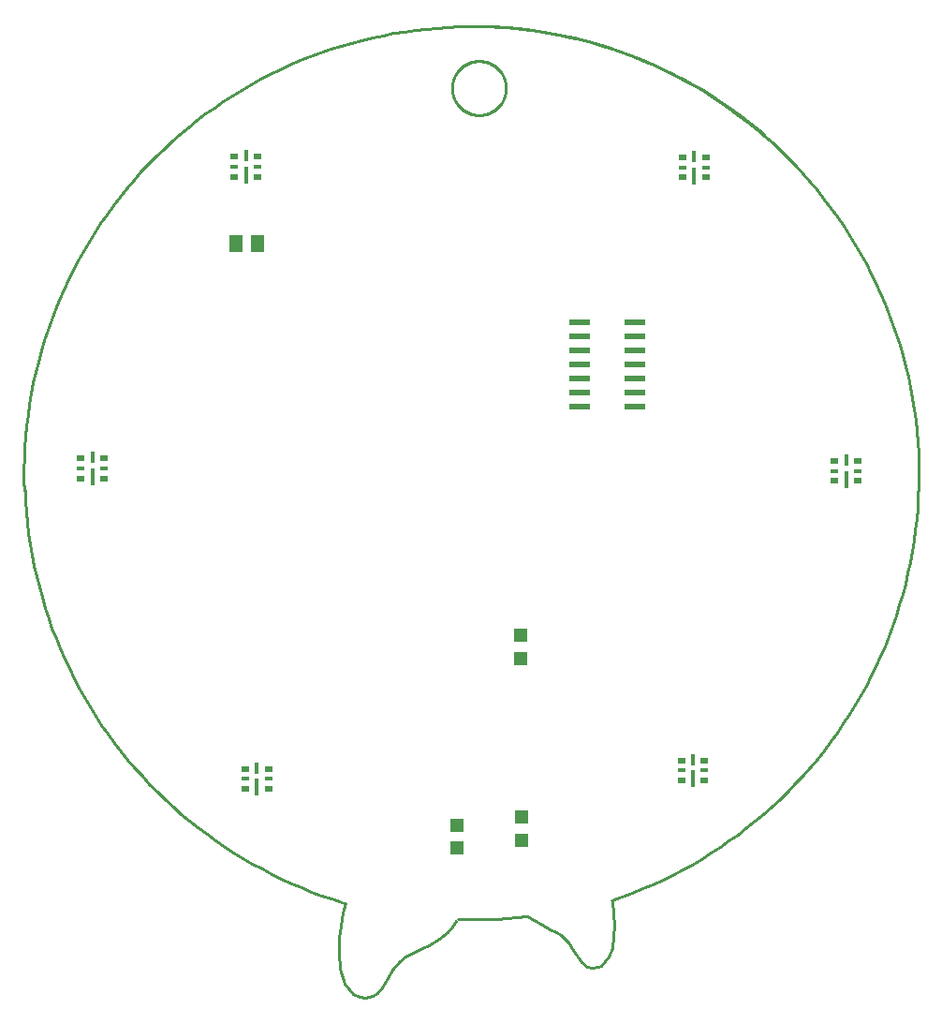
<source format=gtp>
G75*
%MOIN*%
%OFA0B0*%
%FSLAX25Y25*%
%IPPOS*%
%LPD*%
%AMOC8*
5,1,8,0,0,1.08239X$1,22.5*
%
%ADD10C,0.01000*%
%ADD11R,0.07800X0.02200*%
%ADD12R,0.04724X0.04724*%
%ADD13R,0.05118X0.05906*%
%ADD14R,0.03150X0.01969*%
%ADD15R,0.03150X0.01181*%
%ADD16R,0.01181X0.03937*%
%ADD17R,0.01181X0.05906*%
D10*
X0128781Y0013704D02*
X0125829Y0017395D01*
X0124106Y0022562D01*
X0123614Y0028714D01*
X0123860Y0033635D01*
X0124352Y0038064D01*
X0125090Y0042739D01*
X0126075Y0046184D01*
X0125336Y0046184D01*
X0145268Y0025269D02*
X0147482Y0026991D01*
X0149943Y0028468D01*
X0153388Y0030190D01*
X0155848Y0031174D01*
X0159293Y0033389D01*
X0162246Y0035604D01*
X0164214Y0037818D01*
X0165445Y0039787D01*
X0145268Y0025269D02*
X0142807Y0022316D01*
X0141085Y0019363D01*
X0139116Y0015919D01*
X0137394Y0014196D01*
X0135671Y0012966D01*
X0133210Y0012228D01*
X0130996Y0012720D01*
X0128781Y0013704D01*
X0190789Y0041263D02*
X0193004Y0040033D01*
X0195957Y0038310D01*
X0198663Y0036834D01*
X0201124Y0035604D01*
X0202846Y0034619D01*
X0205553Y0031913D01*
X0207029Y0029452D01*
X0209982Y0025023D01*
X0211951Y0023546D01*
X0213673Y0023054D01*
X0216134Y0023546D01*
X0217118Y0023793D01*
X0219579Y0026991D01*
X0221055Y0030190D01*
X0221547Y0034373D01*
X0221793Y0038064D01*
X0221547Y0042247D01*
X0221055Y0047169D01*
X0274943Y0319560D02*
X0272010Y0322021D01*
X0269019Y0324411D01*
X0265972Y0326729D01*
X0262869Y0328973D01*
X0259715Y0331142D01*
X0256509Y0333235D01*
X0253253Y0335251D01*
X0249951Y0337188D01*
X0246603Y0339045D01*
X0243211Y0340822D01*
X0239778Y0342517D01*
X0236306Y0344129D01*
X0232795Y0345657D01*
X0229250Y0347102D01*
X0225670Y0348460D01*
X0222059Y0349733D01*
X0218419Y0350919D01*
X0214751Y0352017D01*
X0211058Y0353027D01*
X0207342Y0353949D01*
X0203605Y0354781D01*
X0199849Y0355523D01*
X0196076Y0356176D01*
X0192289Y0356737D01*
X0188489Y0357208D01*
X0184679Y0357588D01*
X0180862Y0357877D01*
X0177038Y0358073D01*
X0173211Y0358179D01*
X0169382Y0358192D01*
X0163956Y0336046D02*
X0163959Y0336282D01*
X0163968Y0336517D01*
X0163982Y0336753D01*
X0164002Y0336988D01*
X0164028Y0337222D01*
X0164060Y0337456D01*
X0164097Y0337689D01*
X0164141Y0337921D01*
X0164189Y0338151D01*
X0164244Y0338381D01*
X0164304Y0338609D01*
X0164370Y0338835D01*
X0164441Y0339060D01*
X0164518Y0339283D01*
X0164600Y0339504D01*
X0164687Y0339723D01*
X0164780Y0339940D01*
X0164879Y0340154D01*
X0164982Y0340366D01*
X0165091Y0340576D01*
X0165204Y0340782D01*
X0165323Y0340986D01*
X0165447Y0341187D01*
X0165575Y0341384D01*
X0165709Y0341579D01*
X0165847Y0341770D01*
X0165990Y0341958D01*
X0166137Y0342142D01*
X0166289Y0342322D01*
X0166445Y0342499D01*
X0166606Y0342672D01*
X0166770Y0342841D01*
X0166939Y0343005D01*
X0167112Y0343166D01*
X0167289Y0343322D01*
X0167469Y0343474D01*
X0167653Y0343621D01*
X0167841Y0343764D01*
X0168032Y0343902D01*
X0168227Y0344036D01*
X0168424Y0344164D01*
X0168625Y0344288D01*
X0168829Y0344407D01*
X0169035Y0344520D01*
X0169245Y0344629D01*
X0169457Y0344732D01*
X0169671Y0344831D01*
X0169888Y0344924D01*
X0170107Y0345011D01*
X0170328Y0345093D01*
X0170551Y0345170D01*
X0170776Y0345241D01*
X0171002Y0345307D01*
X0171230Y0345367D01*
X0171460Y0345422D01*
X0171690Y0345470D01*
X0171922Y0345514D01*
X0172155Y0345551D01*
X0172389Y0345583D01*
X0172623Y0345609D01*
X0172858Y0345629D01*
X0173094Y0345643D01*
X0173329Y0345652D01*
X0173565Y0345655D01*
X0173801Y0345652D01*
X0174036Y0345643D01*
X0174272Y0345629D01*
X0174507Y0345609D01*
X0174741Y0345583D01*
X0174975Y0345551D01*
X0175208Y0345514D01*
X0175440Y0345470D01*
X0175670Y0345422D01*
X0175900Y0345367D01*
X0176128Y0345307D01*
X0176354Y0345241D01*
X0176579Y0345170D01*
X0176802Y0345093D01*
X0177023Y0345011D01*
X0177242Y0344924D01*
X0177459Y0344831D01*
X0177673Y0344732D01*
X0177885Y0344629D01*
X0178095Y0344520D01*
X0178301Y0344407D01*
X0178505Y0344288D01*
X0178706Y0344164D01*
X0178903Y0344036D01*
X0179098Y0343902D01*
X0179289Y0343764D01*
X0179477Y0343621D01*
X0179661Y0343474D01*
X0179841Y0343322D01*
X0180018Y0343166D01*
X0180191Y0343005D01*
X0180360Y0342841D01*
X0180524Y0342672D01*
X0180685Y0342499D01*
X0180841Y0342322D01*
X0180993Y0342142D01*
X0181140Y0341958D01*
X0181283Y0341770D01*
X0181421Y0341579D01*
X0181555Y0341384D01*
X0181683Y0341187D01*
X0181807Y0340986D01*
X0181926Y0340782D01*
X0182039Y0340576D01*
X0182148Y0340366D01*
X0182251Y0340154D01*
X0182350Y0339940D01*
X0182443Y0339723D01*
X0182530Y0339504D01*
X0182612Y0339283D01*
X0182689Y0339060D01*
X0182760Y0338835D01*
X0182826Y0338609D01*
X0182886Y0338381D01*
X0182941Y0338151D01*
X0182989Y0337921D01*
X0183033Y0337689D01*
X0183070Y0337456D01*
X0183102Y0337222D01*
X0183128Y0336988D01*
X0183148Y0336753D01*
X0183162Y0336517D01*
X0183171Y0336282D01*
X0183174Y0336046D01*
X0183171Y0335810D01*
X0183162Y0335575D01*
X0183148Y0335339D01*
X0183128Y0335104D01*
X0183102Y0334870D01*
X0183070Y0334636D01*
X0183033Y0334403D01*
X0182989Y0334171D01*
X0182941Y0333941D01*
X0182886Y0333711D01*
X0182826Y0333483D01*
X0182760Y0333257D01*
X0182689Y0333032D01*
X0182612Y0332809D01*
X0182530Y0332588D01*
X0182443Y0332369D01*
X0182350Y0332152D01*
X0182251Y0331938D01*
X0182148Y0331726D01*
X0182039Y0331516D01*
X0181926Y0331310D01*
X0181807Y0331106D01*
X0181683Y0330905D01*
X0181555Y0330708D01*
X0181421Y0330513D01*
X0181283Y0330322D01*
X0181140Y0330134D01*
X0180993Y0329950D01*
X0180841Y0329770D01*
X0180685Y0329593D01*
X0180524Y0329420D01*
X0180360Y0329251D01*
X0180191Y0329087D01*
X0180018Y0328926D01*
X0179841Y0328770D01*
X0179661Y0328618D01*
X0179477Y0328471D01*
X0179289Y0328328D01*
X0179098Y0328190D01*
X0178903Y0328056D01*
X0178706Y0327928D01*
X0178505Y0327804D01*
X0178301Y0327685D01*
X0178095Y0327572D01*
X0177885Y0327463D01*
X0177673Y0327360D01*
X0177459Y0327261D01*
X0177242Y0327168D01*
X0177023Y0327081D01*
X0176802Y0326999D01*
X0176579Y0326922D01*
X0176354Y0326851D01*
X0176128Y0326785D01*
X0175900Y0326725D01*
X0175670Y0326670D01*
X0175440Y0326622D01*
X0175208Y0326578D01*
X0174975Y0326541D01*
X0174741Y0326509D01*
X0174507Y0326483D01*
X0174272Y0326463D01*
X0174036Y0326449D01*
X0173801Y0326440D01*
X0173565Y0326437D01*
X0173329Y0326440D01*
X0173094Y0326449D01*
X0172858Y0326463D01*
X0172623Y0326483D01*
X0172389Y0326509D01*
X0172155Y0326541D01*
X0171922Y0326578D01*
X0171690Y0326622D01*
X0171460Y0326670D01*
X0171230Y0326725D01*
X0171002Y0326785D01*
X0170776Y0326851D01*
X0170551Y0326922D01*
X0170328Y0326999D01*
X0170107Y0327081D01*
X0169888Y0327168D01*
X0169671Y0327261D01*
X0169457Y0327360D01*
X0169245Y0327463D01*
X0169035Y0327572D01*
X0168829Y0327685D01*
X0168625Y0327804D01*
X0168424Y0327928D01*
X0168227Y0328056D01*
X0168032Y0328190D01*
X0167841Y0328328D01*
X0167653Y0328471D01*
X0167469Y0328618D01*
X0167289Y0328770D01*
X0167112Y0328926D01*
X0166939Y0329087D01*
X0166770Y0329251D01*
X0166606Y0329420D01*
X0166445Y0329593D01*
X0166289Y0329770D01*
X0166137Y0329950D01*
X0165990Y0330134D01*
X0165847Y0330322D01*
X0165709Y0330513D01*
X0165575Y0330708D01*
X0165447Y0330905D01*
X0165323Y0331106D01*
X0165204Y0331310D01*
X0165091Y0331516D01*
X0164982Y0331726D01*
X0164879Y0331938D01*
X0164780Y0332152D01*
X0164687Y0332369D01*
X0164600Y0332588D01*
X0164518Y0332809D01*
X0164441Y0333032D01*
X0164370Y0333257D01*
X0164304Y0333483D01*
X0164244Y0333711D01*
X0164189Y0333941D01*
X0164141Y0334171D01*
X0164097Y0334403D01*
X0164060Y0334636D01*
X0164028Y0334870D01*
X0164002Y0335104D01*
X0163982Y0335339D01*
X0163968Y0335575D01*
X0163959Y0335810D01*
X0163956Y0336046D01*
X0190543Y0041510D02*
X0187044Y0041101D01*
X0183537Y0040769D01*
X0180023Y0040515D01*
X0176504Y0040339D01*
X0172983Y0040241D01*
X0169460Y0040221D01*
X0165937Y0040280D01*
X0220809Y0047169D02*
X0224504Y0048447D01*
X0228165Y0049814D01*
X0231792Y0051272D01*
X0235383Y0052817D01*
X0238934Y0054451D01*
X0242445Y0056170D01*
X0245912Y0057975D01*
X0249334Y0059865D01*
X0252708Y0061837D01*
X0256034Y0063892D01*
X0259308Y0066028D01*
X0262528Y0068243D01*
X0265694Y0070536D01*
X0268802Y0072907D01*
X0271852Y0075352D01*
X0274840Y0077872D01*
X0277766Y0080464D01*
X0280628Y0083127D01*
X0283423Y0085859D01*
X0286151Y0088659D01*
X0288809Y0091525D01*
X0291397Y0094455D01*
X0293912Y0097447D01*
X0296352Y0100501D01*
X0298718Y0103613D01*
X0301006Y0106782D01*
X0303216Y0110006D01*
X0305346Y0113283D01*
X0307396Y0116612D01*
X0309363Y0119990D01*
X0311247Y0123415D01*
X0313047Y0126885D01*
X0314761Y0130398D01*
X0316388Y0133952D01*
X0317928Y0137545D01*
X0319379Y0141174D01*
X0320742Y0144838D01*
X0322014Y0148534D01*
X0323195Y0152261D01*
X0324284Y0156015D01*
X0325281Y0159794D01*
X0326185Y0163597D01*
X0326996Y0167421D01*
X0327713Y0171264D01*
X0328336Y0175123D01*
X0328864Y0178996D01*
X0329297Y0182881D01*
X0329634Y0186775D01*
X0329877Y0190677D01*
X0330023Y0194583D01*
X0330074Y0198491D01*
X0330029Y0202400D01*
X0329888Y0206306D01*
X0329652Y0210208D01*
X0329320Y0214103D01*
X0328893Y0217989D01*
X0328371Y0221863D01*
X0327754Y0225723D01*
X0327043Y0229566D01*
X0326238Y0233391D01*
X0325339Y0237196D01*
X0324348Y0240977D01*
X0323264Y0244732D01*
X0322088Y0248460D01*
X0320822Y0252158D01*
X0319465Y0255824D01*
X0318019Y0259456D01*
X0316485Y0263051D01*
X0314863Y0266608D01*
X0313154Y0270123D01*
X0311360Y0273596D01*
X0309481Y0277024D01*
X0307518Y0280405D01*
X0305474Y0283736D01*
X0303349Y0287017D01*
X0301143Y0290244D01*
X0298860Y0293417D01*
X0296499Y0296533D01*
X0294063Y0299590D01*
X0291553Y0302586D01*
X0288970Y0305520D01*
X0286316Y0308390D01*
X0283592Y0311194D01*
X0280801Y0313930D01*
X0277943Y0316597D01*
X0275021Y0319194D01*
X0272036Y0321718D01*
X0268991Y0324168D01*
X0265886Y0326543D01*
X0262724Y0328841D01*
X0259506Y0331061D01*
X0256236Y0333201D01*
X0252913Y0335261D01*
X0249542Y0337239D01*
X0246123Y0339134D01*
X0242658Y0340944D01*
X0239150Y0342669D01*
X0235601Y0344307D01*
X0232013Y0345858D01*
X0228388Y0347321D01*
X0224729Y0348694D01*
X0221036Y0349978D01*
X0217314Y0351170D01*
X0213563Y0352271D01*
X0209787Y0353280D01*
X0205987Y0354196D01*
X0202165Y0355019D01*
X0198325Y0355748D01*
X0194468Y0356383D01*
X0190596Y0356922D01*
X0186713Y0357367D01*
X0182819Y0357717D01*
X0178919Y0357971D01*
X0175013Y0358130D01*
X0171105Y0358193D01*
X0170120Y0357947D02*
X0166250Y0357890D01*
X0162382Y0357740D01*
X0158519Y0357496D01*
X0154663Y0357157D01*
X0150817Y0356725D01*
X0146982Y0356199D01*
X0143161Y0355580D01*
X0139356Y0354868D01*
X0135570Y0354064D01*
X0131805Y0353167D01*
X0128062Y0352180D01*
X0124345Y0351101D01*
X0120655Y0349933D01*
X0116994Y0348674D01*
X0113366Y0347327D01*
X0109771Y0345892D01*
X0106212Y0344370D01*
X0102691Y0342762D01*
X0099211Y0341069D01*
X0095772Y0339291D01*
X0092378Y0337430D01*
X0089031Y0335487D01*
X0085731Y0333463D01*
X0082482Y0331359D01*
X0079285Y0329177D01*
X0076143Y0326918D01*
X0073056Y0324583D01*
X0070027Y0322173D01*
X0067057Y0319690D01*
X0064149Y0317136D01*
X0061304Y0314512D01*
X0058523Y0311819D01*
X0055809Y0309059D01*
X0053163Y0306234D01*
X0050587Y0303346D01*
X0048081Y0300395D01*
X0045649Y0297384D01*
X0043290Y0294316D01*
X0041007Y0291190D01*
X0038800Y0288010D01*
X0036672Y0284777D01*
X0034623Y0281493D01*
X0032654Y0278161D01*
X0030767Y0274781D01*
X0028963Y0271356D01*
X0027243Y0267889D01*
X0025608Y0264380D01*
X0024059Y0260833D01*
X0022597Y0257250D01*
X0021222Y0253631D01*
X0019936Y0249980D01*
X0018739Y0246300D01*
X0017632Y0242591D01*
X0016616Y0238856D01*
X0015691Y0235097D01*
X0014858Y0231317D01*
X0014117Y0227518D01*
X0013468Y0223702D01*
X0012913Y0219871D01*
X0012452Y0216028D01*
X0012084Y0212175D01*
X0011810Y0208314D01*
X0011630Y0204448D01*
X0011544Y0200578D01*
X0011552Y0196708D01*
X0011655Y0192838D01*
X0011901Y0193083D02*
X0012085Y0189214D01*
X0012364Y0185351D01*
X0012736Y0181495D01*
X0013202Y0177650D01*
X0013761Y0173817D01*
X0014414Y0169999D01*
X0015159Y0166197D01*
X0015997Y0162416D01*
X0016926Y0158655D01*
X0017947Y0154919D01*
X0019058Y0151208D01*
X0020260Y0147525D01*
X0021550Y0143873D01*
X0022930Y0140253D01*
X0024397Y0136668D01*
X0025951Y0133120D01*
X0027590Y0129611D01*
X0029315Y0126143D01*
X0031124Y0122717D01*
X0033015Y0119337D01*
X0034989Y0116004D01*
X0037043Y0112719D01*
X0039176Y0109486D01*
X0041387Y0106306D01*
X0043675Y0103180D01*
X0046039Y0100111D01*
X0048476Y0097101D01*
X0050986Y0094151D01*
X0053567Y0091262D01*
X0056218Y0088438D01*
X0058937Y0085679D01*
X0061722Y0082987D01*
X0064572Y0080363D01*
X0067484Y0077810D01*
X0070459Y0075328D01*
X0073492Y0072919D01*
X0076584Y0070585D01*
X0079731Y0068327D01*
X0082932Y0066147D01*
X0086186Y0064044D01*
X0089490Y0062022D01*
X0092842Y0060081D01*
X0096240Y0058222D01*
X0099682Y0056446D01*
X0103167Y0054754D01*
X0106692Y0053148D01*
X0110255Y0051629D01*
X0113854Y0050196D01*
X0117486Y0048851D01*
X0121151Y0047596D01*
X0124845Y0046429D01*
D11*
X0209514Y0222867D03*
X0209514Y0227867D03*
X0209514Y0232867D03*
X0209514Y0237867D03*
X0209514Y0242867D03*
X0209514Y0247867D03*
X0209514Y0252867D03*
X0228914Y0252867D03*
X0228914Y0247867D03*
X0228914Y0242867D03*
X0228914Y0237867D03*
X0228914Y0232867D03*
X0228914Y0227867D03*
X0228914Y0222867D03*
D12*
X0188220Y0141376D03*
X0188220Y0133108D03*
X0188870Y0076770D03*
X0188870Y0068502D03*
X0165730Y0065613D03*
X0165730Y0073881D03*
D13*
X0094554Y0280682D03*
X0087074Y0280682D03*
D14*
X0090346Y0086686D03*
X0090346Y0093773D03*
X0098614Y0093773D03*
X0098614Y0086686D03*
X0040051Y0197218D03*
X0040051Y0204304D03*
X0031783Y0204304D03*
X0031783Y0197218D03*
X0086459Y0304501D03*
X0086459Y0311588D03*
X0094726Y0311588D03*
X0094726Y0304501D03*
X0246080Y0304231D03*
X0246080Y0311317D03*
X0254347Y0311317D03*
X0254347Y0304231D03*
X0300115Y0203345D03*
X0300115Y0196258D03*
X0308383Y0196258D03*
X0308383Y0203345D03*
X0253831Y0096775D03*
X0253831Y0089688D03*
X0245563Y0089688D03*
X0245563Y0096775D03*
D15*
X0245563Y0093231D03*
X0253831Y0093231D03*
X0300115Y0199801D03*
X0308383Y0199801D03*
X0254347Y0307774D03*
X0246080Y0307774D03*
X0094726Y0308044D03*
X0086459Y0308044D03*
X0040051Y0200761D03*
X0031783Y0200761D03*
X0090346Y0090230D03*
X0098614Y0090230D03*
D16*
X0094480Y0094167D03*
X0035917Y0204698D03*
X0090592Y0311981D03*
X0250213Y0311711D03*
X0304249Y0203738D03*
X0249697Y0097169D03*
D17*
X0249697Y0090279D03*
X0304249Y0196849D03*
X0250213Y0304821D03*
X0090592Y0305092D03*
X0035917Y0197808D03*
X0094480Y0087277D03*
M02*

</source>
